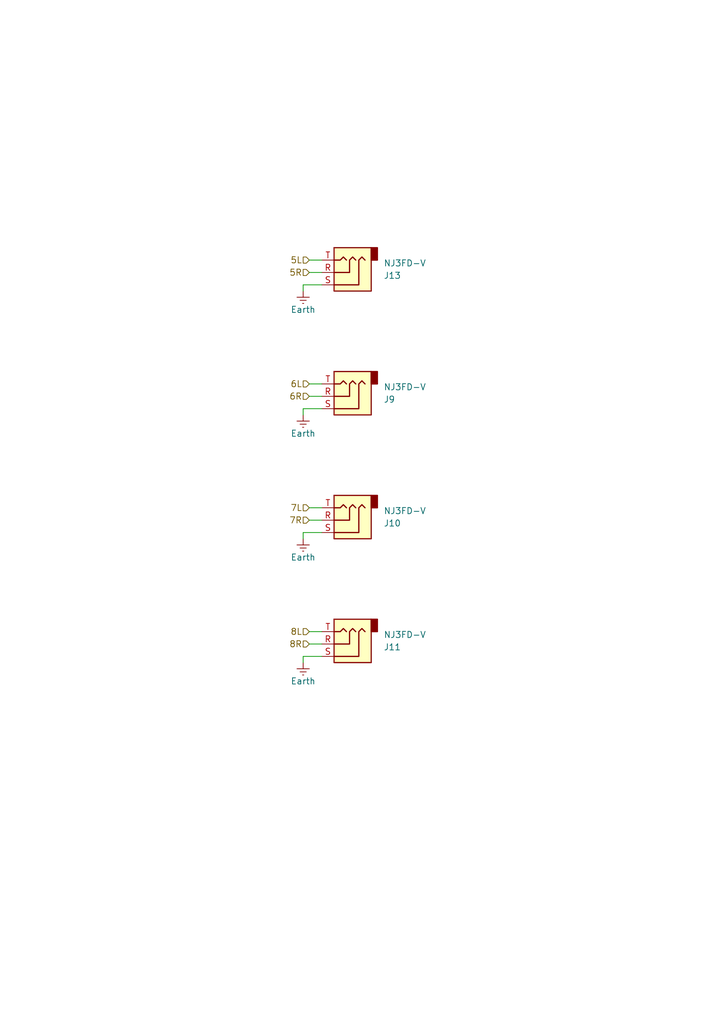
<source format=kicad_sch>
(kicad_sch
	(version 20250114)
	(generator "eeschema")
	(generator_version "9.0")
	(uuid "3fc00571-c748-4ba8-8b24-e6242265cd4f")
	(paper "A5" portrait)
	(title_block
		(title "SP")
		(rev "v1")
		(company "Jakub Raimr")
	)
	(lib_symbols
		(symbol "Connector_Audio:NJ3FD-V"
			(exclude_from_sim no)
			(in_bom yes)
			(on_board yes)
			(property "Reference" "J"
				(at 0 8.89 0)
				(effects
					(font
						(size 1.27 1.27)
					)
				)
			)
			(property "Value" "NJ3FD-V"
				(at 0 6.35 0)
				(effects
					(font
						(size 1.27 1.27)
					)
				)
			)
			(property "Footprint" "Connector_Audio:Jack_6.35mm_Neutrik_NJ3FD-V_Vertical"
				(at 0 0 0)
				(effects
					(font
						(size 1.27 1.27)
					)
					(hide yes)
				)
			)
			(property "Datasheet" "https://www.neutrik.com/en/product/nj3fd-v"
				(at 0 0 0)
				(effects
					(font
						(size 1.27 1.27)
					)
					(hide yes)
				)
			)
			(property "Description" "6.35mm (1/4 in) Vertical Jack, Non-switching stereo jack (T/R/S)"
				(at 0 0 0)
				(effects
					(font
						(size 1.27 1.27)
					)
					(hide yes)
				)
			)
			(property "ki_keywords" "audio jack receptacle stereo headphones phones TRS connector neutrik"
				(at 0 0 0)
				(effects
					(font
						(size 1.27 1.27)
					)
					(hide yes)
				)
			)
			(property "ki_fp_filters" "Jack*"
				(at 0 0 0)
				(effects
					(font
						(size 1.27 1.27)
					)
					(hide yes)
				)
			)
			(symbol "NJ3FD-V_0_1"
				(rectangle
					(start -5.08 -5.08)
					(end -6.35 -2.54)
					(stroke
						(width 0.254)
						(type default)
					)
					(fill
						(type outline)
					)
				)
				(polyline
					(pts
						(xy -1.905 -2.54) (xy -1.27 -3.175) (xy -0.635 -2.54) (xy -0.635 0) (xy 2.54 0)
					)
					(stroke
						(width 0.254)
						(type default)
					)
					(fill
						(type none)
					)
				)
				(polyline
					(pts
						(xy 0 -2.54) (xy 0.635 -3.175) (xy 1.27 -2.54) (xy 2.54 -2.54)
					)
					(stroke
						(width 0.254)
						(type default)
					)
					(fill
						(type none)
					)
				)
				(rectangle
					(start 2.54 3.81)
					(end -5.08 -5.08)
					(stroke
						(width 0.254)
						(type default)
					)
					(fill
						(type background)
					)
				)
				(polyline
					(pts
						(xy 2.54 2.54) (xy -2.54 2.54) (xy -2.54 -2.54) (xy -3.175 -3.175) (xy -3.81 -2.54)
					)
					(stroke
						(width 0.254)
						(type default)
					)
					(fill
						(type none)
					)
				)
			)
			(symbol "NJ3FD-V_1_1"
				(pin passive line
					(at 5.08 2.54 180)
					(length 2.54)
					(name "~"
						(effects
							(font
								(size 1.27 1.27)
							)
						)
					)
					(number "S"
						(effects
							(font
								(size 1.27 1.27)
							)
						)
					)
				)
				(pin passive line
					(at 5.08 0 180)
					(length 2.54)
					(name "~"
						(effects
							(font
								(size 1.27 1.27)
							)
						)
					)
					(number "R"
						(effects
							(font
								(size 1.27 1.27)
							)
						)
					)
				)
				(pin passive line
					(at 5.08 -2.54 180)
					(length 2.54)
					(name "~"
						(effects
							(font
								(size 1.27 1.27)
							)
						)
					)
					(number "T"
						(effects
							(font
								(size 1.27 1.27)
							)
						)
					)
				)
			)
			(embedded_fonts no)
		)
		(symbol "power:Earth"
			(power)
			(pin_numbers
				(hide yes)
			)
			(pin_names
				(offset 0)
				(hide yes)
			)
			(exclude_from_sim no)
			(in_bom yes)
			(on_board yes)
			(property "Reference" "#PWR"
				(at 0 -6.35 0)
				(effects
					(font
						(size 1.27 1.27)
					)
					(hide yes)
				)
			)
			(property "Value" "Earth"
				(at 0 -3.81 0)
				(effects
					(font
						(size 1.27 1.27)
					)
				)
			)
			(property "Footprint" ""
				(at 0 0 0)
				(effects
					(font
						(size 1.27 1.27)
					)
					(hide yes)
				)
			)
			(property "Datasheet" "~"
				(at 0 0 0)
				(effects
					(font
						(size 1.27 1.27)
					)
					(hide yes)
				)
			)
			(property "Description" "Power symbol creates a global label with name \"Earth\""
				(at 0 0 0)
				(effects
					(font
						(size 1.27 1.27)
					)
					(hide yes)
				)
			)
			(property "ki_keywords" "global ground gnd"
				(at 0 0 0)
				(effects
					(font
						(size 1.27 1.27)
					)
					(hide yes)
				)
			)
			(symbol "Earth_0_1"
				(polyline
					(pts
						(xy -0.635 -1.905) (xy 0.635 -1.905)
					)
					(stroke
						(width 0)
						(type default)
					)
					(fill
						(type none)
					)
				)
				(polyline
					(pts
						(xy -0.127 -2.54) (xy 0.127 -2.54)
					)
					(stroke
						(width 0)
						(type default)
					)
					(fill
						(type none)
					)
				)
				(polyline
					(pts
						(xy 0 -1.27) (xy 0 0)
					)
					(stroke
						(width 0)
						(type default)
					)
					(fill
						(type none)
					)
				)
				(polyline
					(pts
						(xy 1.27 -1.27) (xy -1.27 -1.27)
					)
					(stroke
						(width 0)
						(type default)
					)
					(fill
						(type none)
					)
				)
			)
			(symbol "Earth_1_1"
				(pin power_in line
					(at 0 0 270)
					(length 0)
					(name "~"
						(effects
							(font
								(size 1.27 1.27)
							)
						)
					)
					(number "1"
						(effects
							(font
								(size 1.27 1.27)
							)
						)
					)
				)
			)
			(embedded_fonts no)
		)
	)
	(wire
		(pts
			(xy 63.5 104.14) (xy 66.04 104.14)
		)
		(stroke
			(width 0)
			(type default)
		)
		(uuid "0bf3f8cc-5f0c-44c5-aede-b879302cef17")
	)
	(wire
		(pts
			(xy 63.5 78.74) (xy 66.04 78.74)
		)
		(stroke
			(width 0)
			(type default)
		)
		(uuid "29777d34-895b-4278-8e07-c18e756a2124")
	)
	(wire
		(pts
			(xy 63.5 129.54) (xy 66.04 129.54)
		)
		(stroke
			(width 0)
			(type default)
		)
		(uuid "3f2f79e9-81b3-4c03-b5c0-3f6719cc4353")
	)
	(wire
		(pts
			(xy 62.23 134.62) (xy 62.23 135.89)
		)
		(stroke
			(width 0)
			(type default)
		)
		(uuid "5deff60a-e0fb-44d1-9b37-aa08550b8f64")
	)
	(wire
		(pts
			(xy 63.5 81.28) (xy 66.04 81.28)
		)
		(stroke
			(width 0)
			(type default)
		)
		(uuid "5f8a5c58-cba9-4e22-840c-528cef26e978")
	)
	(wire
		(pts
			(xy 63.5 132.08) (xy 66.04 132.08)
		)
		(stroke
			(width 0)
			(type default)
		)
		(uuid "647c5647-2594-4210-a918-8a424e00d5cd")
	)
	(wire
		(pts
			(xy 62.23 134.62) (xy 66.04 134.62)
		)
		(stroke
			(width 0)
			(type default)
		)
		(uuid "8cda0aea-35f7-4621-a2fa-8d3563e662ee")
	)
	(wire
		(pts
			(xy 62.23 109.22) (xy 66.04 109.22)
		)
		(stroke
			(width 0)
			(type default)
		)
		(uuid "9d01a5cb-a0d6-43e9-bb9b-f3e282a42c25")
	)
	(wire
		(pts
			(xy 63.5 53.34) (xy 66.04 53.34)
		)
		(stroke
			(width 0)
			(type default)
		)
		(uuid "a7fe51d3-9365-41ed-8e11-3bdf6e0c09dc")
	)
	(wire
		(pts
			(xy 62.23 109.22) (xy 62.23 110.49)
		)
		(stroke
			(width 0)
			(type default)
		)
		(uuid "abee88a0-17e6-440b-ab06-99a78f3ac7a0")
	)
	(wire
		(pts
			(xy 62.23 58.42) (xy 66.04 58.42)
		)
		(stroke
			(width 0)
			(type default)
		)
		(uuid "b4e5834b-bf02-49aa-835d-583be008bede")
	)
	(wire
		(pts
			(xy 62.23 58.42) (xy 62.23 59.69)
		)
		(stroke
			(width 0)
			(type default)
		)
		(uuid "cff16ed5-6eaa-49ea-9318-d6cd84c53a16")
	)
	(wire
		(pts
			(xy 62.23 83.82) (xy 62.23 85.09)
		)
		(stroke
			(width 0)
			(type default)
		)
		(uuid "d80bc6ae-1223-44ab-9e8a-122f079943f5")
	)
	(wire
		(pts
			(xy 63.5 106.68) (xy 66.04 106.68)
		)
		(stroke
			(width 0)
			(type default)
		)
		(uuid "f7bcb266-6586-4d58-ba23-43b1acf537a9")
	)
	(wire
		(pts
			(xy 63.5 55.88) (xy 66.04 55.88)
		)
		(stroke
			(width 0)
			(type default)
		)
		(uuid "f86e75e9-a398-474c-b8e4-f58cd6c14eaa")
	)
	(wire
		(pts
			(xy 62.23 83.82) (xy 66.04 83.82)
		)
		(stroke
			(width 0)
			(type default)
		)
		(uuid "fe42d946-04a1-4cb4-8cf8-c507e2723b05")
	)
	(hierarchical_label "6L"
		(shape input)
		(at 63.5 78.74 180)
		(effects
			(font
				(size 1.27 1.27)
			)
			(justify right)
		)
		(uuid "1dd4bad1-802b-43c1-b10d-260f3e919f8d")
	)
	(hierarchical_label "5L"
		(shape input)
		(at 63.5 53.34 180)
		(effects
			(font
				(size 1.27 1.27)
			)
			(justify right)
		)
		(uuid "422dfb99-eac5-4b8f-9bb7-7c01f9a1e2f5")
	)
	(hierarchical_label "5R"
		(shape input)
		(at 63.5 55.88 180)
		(effects
			(font
				(size 1.27 1.27)
			)
			(justify right)
		)
		(uuid "81c66dfd-675b-4c80-9170-b0bf671682be")
	)
	(hierarchical_label "6R"
		(shape input)
		(at 63.5 81.28 180)
		(effects
			(font
				(size 1.27 1.27)
			)
			(justify right)
		)
		(uuid "a58be05f-c48b-4148-bb3a-190edd410e88")
	)
	(hierarchical_label "8R"
		(shape input)
		(at 63.5 132.08 180)
		(effects
			(font
				(size 1.27 1.27)
			)
			(justify right)
		)
		(uuid "bbcc06b2-9d8b-4550-8d60-5ae6d4c3994e")
	)
	(hierarchical_label "7R"
		(shape input)
		(at 63.5 106.68 180)
		(effects
			(font
				(size 1.27 1.27)
			)
			(justify right)
		)
		(uuid "d047a838-38c4-413d-8dcd-e7d453159593")
	)
	(hierarchical_label "7L"
		(shape input)
		(at 63.5 104.14 180)
		(effects
			(font
				(size 1.27 1.27)
			)
			(justify right)
		)
		(uuid "f4a9357f-be9e-45e8-ab1e-46ee82e05014")
	)
	(hierarchical_label "8L"
		(shape input)
		(at 63.5 129.54 180)
		(effects
			(font
				(size 1.27 1.27)
			)
			(justify right)
		)
		(uuid "fc6d0060-8aef-40cc-ac54-5c346a98e05c")
	)
	(symbol
		(lib_id "Connector_Audio:NJ3FD-V")
		(at 71.12 106.68 180)
		(unit 1)
		(exclude_from_sim no)
		(in_bom yes)
		(on_board yes)
		(dnp no)
		(uuid "24b5561c-ff1c-4b95-b3ea-ae05c32e1fce")
		(property "Reference" "J10"
			(at 78.74 107.3151 0)
			(effects
				(font
					(size 1.27 1.27)
				)
				(justify right)
			)
		)
		(property "Value" "NJ3FD-V"
			(at 78.74 104.7751 0)
			(effects
				(font
					(size 1.27 1.27)
				)
				(justify right)
			)
		)
		(property "Footprint" "Connector_Audio:Jack_6.35mm_Neutrik_NJ3FD-V_Vertical"
			(at 71.12 106.68 0)
			(effects
				(font
					(size 1.27 1.27)
				)
				(hide yes)
			)
		)
		(property "Datasheet" "https://www.neutrik.com/en/product/nj3fd-v"
			(at 71.12 106.68 0)
			(effects
				(font
					(size 1.27 1.27)
				)
				(hide yes)
			)
		)
		(property "Description" "6.35mm (1/4 in) Vertical Jack, Non-switching stereo jack (T/R/S)"
			(at 71.12 106.68 0)
			(effects
				(font
					(size 1.27 1.27)
				)
				(hide yes)
			)
		)
		(pin "R"
			(uuid "af07c1b3-76c8-4fbc-8703-453cf7be1934")
		)
		(pin "T"
			(uuid "d3a8942b-0425-4fd3-871f-5d0d94546ca7")
		)
		(pin "S"
			(uuid "aa193e2c-16fa-4616-9cdf-734ada24efca")
		)
		(instances
			(project "SP"
				(path "/318a2fe5-3058-409c-8dc3-bfe2e6d8af4c/19351172-9d87-4e12-8155-ead250f6380c"
					(reference "J10")
					(unit 1)
				)
				(path "/318a2fe5-3058-409c-8dc3-bfe2e6d8af4c/60dd83f1-4e12-4c01-89f0-4c08b227710c"
					(reference "J15")
					(unit 1)
				)
			)
		)
	)
	(symbol
		(lib_id "Connector_Audio:NJ3FD-V")
		(at 71.12 81.28 180)
		(unit 1)
		(exclude_from_sim no)
		(in_bom yes)
		(on_board yes)
		(dnp no)
		(uuid "4167faa5-f4a9-4428-8b30-fc6a055b5c90")
		(property "Reference" "J9"
			(at 78.74 81.9151 0)
			(effects
				(font
					(size 1.27 1.27)
				)
				(justify right)
			)
		)
		(property "Value" "NJ3FD-V"
			(at 78.74 79.3751 0)
			(effects
				(font
					(size 1.27 1.27)
				)
				(justify right)
			)
		)
		(property "Footprint" "Connector_Audio:Jack_6.35mm_Neutrik_NJ3FD-V_Vertical"
			(at 71.12 81.28 0)
			(effects
				(font
					(size 1.27 1.27)
				)
				(hide yes)
			)
		)
		(property "Datasheet" "https://www.neutrik.com/en/product/nj3fd-v"
			(at 71.12 81.28 0)
			(effects
				(font
					(size 1.27 1.27)
				)
				(hide yes)
			)
		)
		(property "Description" "6.35mm (1/4 in) Vertical Jack, Non-switching stereo jack (T/R/S)"
			(at 71.12 81.28 0)
			(effects
				(font
					(size 1.27 1.27)
				)
				(hide yes)
			)
		)
		(pin "R"
			(uuid "68a6377f-0a78-4a1b-b3e0-67f3bbea8c86")
		)
		(pin "T"
			(uuid "473e0003-c0ec-469c-9e57-b453a026fab1")
		)
		(pin "S"
			(uuid "3117fb71-78c8-4032-9d91-1d60d11e5978")
		)
		(instances
			(project "SP"
				(path "/318a2fe5-3058-409c-8dc3-bfe2e6d8af4c/19351172-9d87-4e12-8155-ead250f6380c"
					(reference "J9")
					(unit 1)
				)
				(path "/318a2fe5-3058-409c-8dc3-bfe2e6d8af4c/60dd83f1-4e12-4c01-89f0-4c08b227710c"
					(reference "J14")
					(unit 1)
				)
			)
		)
	)
	(symbol
		(lib_id "Connector_Audio:NJ3FD-V")
		(at 71.12 132.08 180)
		(unit 1)
		(exclude_from_sim no)
		(in_bom yes)
		(on_board yes)
		(dnp no)
		(uuid "5068a3fd-4a34-41ca-b596-1843c04169aa")
		(property "Reference" "J11"
			(at 78.74 132.7151 0)
			(effects
				(font
					(size 1.27 1.27)
				)
				(justify right)
			)
		)
		(property "Value" "NJ3FD-V"
			(at 78.74 130.1751 0)
			(effects
				(font
					(size 1.27 1.27)
				)
				(justify right)
			)
		)
		(property "Footprint" "Connector_Audio:Jack_6.35mm_Neutrik_NJ3FD-V_Vertical"
			(at 71.12 132.08 0)
			(effects
				(font
					(size 1.27 1.27)
				)
				(hide yes)
			)
		)
		(property "Datasheet" "https://www.neutrik.com/en/product/nj3fd-v"
			(at 71.12 132.08 0)
			(effects
				(font
					(size 1.27 1.27)
				)
				(hide yes)
			)
		)
		(property "Description" "6.35mm (1/4 in) Vertical Jack, Non-switching stereo jack (T/R/S)"
			(at 71.12 132.08 0)
			(effects
				(font
					(size 1.27 1.27)
				)
				(hide yes)
			)
		)
		(pin "R"
			(uuid "56385bb4-3569-4a33-8943-9c8be74f4081")
		)
		(pin "T"
			(uuid "2dcf98ac-a723-48ac-84e6-e69f0ebdba50")
		)
		(pin "S"
			(uuid "86909ff3-4210-4ae9-9b9a-fc227e505581")
		)
		(instances
			(project "SP"
				(path "/318a2fe5-3058-409c-8dc3-bfe2e6d8af4c/19351172-9d87-4e12-8155-ead250f6380c"
					(reference "J11")
					(unit 1)
				)
				(path "/318a2fe5-3058-409c-8dc3-bfe2e6d8af4c/60dd83f1-4e12-4c01-89f0-4c08b227710c"
					(reference "J16")
					(unit 1)
				)
			)
		)
	)
	(symbol
		(lib_id "power:Earth")
		(at 62.23 59.69 0)
		(unit 1)
		(exclude_from_sim no)
		(in_bom yes)
		(on_board yes)
		(dnp no)
		(uuid "678b1845-873d-463b-a3b8-167cc88bc444")
		(property "Reference" "#PWR0102"
			(at 62.23 66.04 0)
			(effects
				(font
					(size 1.27 1.27)
				)
				(hide yes)
			)
		)
		(property "Value" "Earth"
			(at 62.23 63.5 0)
			(effects
				(font
					(size 1.27 1.27)
				)
			)
		)
		(property "Footprint" ""
			(at 62.23 59.69 0)
			(effects
				(font
					(size 1.27 1.27)
				)
				(hide yes)
			)
		)
		(property "Datasheet" "~"
			(at 62.23 59.69 0)
			(effects
				(font
					(size 1.27 1.27)
				)
				(hide yes)
			)
		)
		(property "Description" "Power symbol creates a global label with name \"Earth\""
			(at 62.23 59.69 0)
			(effects
				(font
					(size 1.27 1.27)
				)
				(hide yes)
			)
		)
		(pin "1"
			(uuid "d6d496cb-4a19-46e3-8416-c4475fab906c")
		)
		(instances
			(project "SP"
				(path "/318a2fe5-3058-409c-8dc3-bfe2e6d8af4c/19351172-9d87-4e12-8155-ead250f6380c"
					(reference "#PWR0102")
					(unit 1)
				)
				(path "/318a2fe5-3058-409c-8dc3-bfe2e6d8af4c/60dd83f1-4e12-4c01-89f0-4c08b227710c"
					(reference "#PWR051")
					(unit 1)
				)
			)
		)
	)
	(symbol
		(lib_id "Connector_Audio:NJ3FD-V")
		(at 71.12 55.88 180)
		(unit 1)
		(exclude_from_sim no)
		(in_bom yes)
		(on_board yes)
		(dnp no)
		(uuid "6ca446d0-1b15-4bfd-898c-be9e5fd968df")
		(property "Reference" "J13"
			(at 78.74 56.5151 0)
			(effects
				(font
					(size 1.27 1.27)
				)
				(justify right)
			)
		)
		(property "Value" "NJ3FD-V"
			(at 78.74 53.9751 0)
			(effects
				(font
					(size 1.27 1.27)
				)
				(justify right)
			)
		)
		(property "Footprint" "Connector_Audio:Jack_6.35mm_Neutrik_NJ3FD-V_Vertical"
			(at 71.12 55.88 0)
			(effects
				(font
					(size 1.27 1.27)
				)
				(hide yes)
			)
		)
		(property "Datasheet" "https://www.neutrik.com/en/product/nj3fd-v"
			(at 71.12 55.88 0)
			(effects
				(font
					(size 1.27 1.27)
				)
				(hide yes)
			)
		)
		(property "Description" "6.35mm (1/4 in) Vertical Jack, Non-switching stereo jack (T/R/S)"
			(at 71.12 55.88 0)
			(effects
				(font
					(size 1.27 1.27)
				)
				(hide yes)
			)
		)
		(pin "R"
			(uuid "92561dac-8554-4160-a46a-1343629edd35")
		)
		(pin "T"
			(uuid "87e87dcd-1513-4da5-a463-3d547ac9092c")
		)
		(pin "S"
			(uuid "44a75ba6-ca0e-477a-b6fd-5a150750b040")
		)
		(instances
			(project "SP"
				(path "/318a2fe5-3058-409c-8dc3-bfe2e6d8af4c/19351172-9d87-4e12-8155-ead250f6380c"
					(reference "J13")
					(unit 1)
				)
				(path "/318a2fe5-3058-409c-8dc3-bfe2e6d8af4c/60dd83f1-4e12-4c01-89f0-4c08b227710c"
					(reference "J12")
					(unit 1)
				)
			)
		)
	)
	(symbol
		(lib_id "power:Earth")
		(at 62.23 135.89 0)
		(unit 1)
		(exclude_from_sim no)
		(in_bom yes)
		(on_board yes)
		(dnp no)
		(uuid "9217c188-d16a-4a45-b79a-407bc4aafe75")
		(property "Reference" "#PWR042"
			(at 62.23 142.24 0)
			(effects
				(font
					(size 1.27 1.27)
				)
				(hide yes)
			)
		)
		(property "Value" "Earth"
			(at 62.23 139.7 0)
			(effects
				(font
					(size 1.27 1.27)
				)
			)
		)
		(property "Footprint" ""
			(at 62.23 135.89 0)
			(effects
				(font
					(size 1.27 1.27)
				)
				(hide yes)
			)
		)
		(property "Datasheet" "~"
			(at 62.23 135.89 0)
			(effects
				(font
					(size 1.27 1.27)
				)
				(hide yes)
			)
		)
		(property "Description" "Power symbol creates a global label with name \"Earth\""
			(at 62.23 135.89 0)
			(effects
				(font
					(size 1.27 1.27)
				)
				(hide yes)
			)
		)
		(pin "1"
			(uuid "83d811b5-3a83-435c-a9f4-32ae1b9e08ce")
		)
		(instances
			(project "SP"
				(path "/318a2fe5-3058-409c-8dc3-bfe2e6d8af4c/19351172-9d87-4e12-8155-ead250f6380c"
					(reference "#PWR042")
					(unit 1)
				)
				(path "/318a2fe5-3058-409c-8dc3-bfe2e6d8af4c/60dd83f1-4e12-4c01-89f0-4c08b227710c"
					(reference "#PWR071")
					(unit 1)
				)
			)
		)
	)
	(symbol
		(lib_id "power:Earth")
		(at 62.23 110.49 0)
		(unit 1)
		(exclude_from_sim no)
		(in_bom yes)
		(on_board yes)
		(dnp no)
		(uuid "c5935dbd-2030-4f0d-bcf7-2afe52c6cd2e")
		(property "Reference" "#PWR041"
			(at 62.23 116.84 0)
			(effects
				(font
					(size 1.27 1.27)
				)
				(hide yes)
			)
		)
		(property "Value" "Earth"
			(at 62.23 114.3 0)
			(effects
				(font
					(size 1.27 1.27)
				)
			)
		)
		(property "Footprint" ""
			(at 62.23 110.49 0)
			(effects
				(font
					(size 1.27 1.27)
				)
				(hide yes)
			)
		)
		(property "Datasheet" "~"
			(at 62.23 110.49 0)
			(effects
				(font
					(size 1.27 1.27)
				)
				(hide yes)
			)
		)
		(property "Description" "Power symbol creates a global label with name \"Earth\""
			(at 62.23 110.49 0)
			(effects
				(font
					(size 1.27 1.27)
				)
				(hide yes)
			)
		)
		(pin "1"
			(uuid "ae96e0a8-8bad-45c8-b506-1c618b1f3bf4")
		)
		(instances
			(project "SP"
				(path "/318a2fe5-3058-409c-8dc3-bfe2e6d8af4c/19351172-9d87-4e12-8155-ead250f6380c"
					(reference "#PWR041")
					(unit 1)
				)
				(path "/318a2fe5-3058-409c-8dc3-bfe2e6d8af4c/60dd83f1-4e12-4c01-89f0-4c08b227710c"
					(reference "#PWR053")
					(unit 1)
				)
			)
		)
	)
	(symbol
		(lib_id "power:Earth")
		(at 62.23 85.09 0)
		(unit 1)
		(exclude_from_sim no)
		(in_bom yes)
		(on_board yes)
		(dnp no)
		(uuid "dee3a6b8-7f9a-4207-bcc0-b36ee3347ba2")
		(property "Reference" "#PWR040"
			(at 62.23 91.44 0)
			(effects
				(font
					(size 1.27 1.27)
				)
				(hide yes)
			)
		)
		(property "Value" "Earth"
			(at 62.23 88.9 0)
			(effects
				(font
					(size 1.27 1.27)
				)
			)
		)
		(property "Footprint" ""
			(at 62.23 85.09 0)
			(effects
				(font
					(size 1.27 1.27)
				)
				(hide yes)
			)
		)
		(property "Datasheet" "~"
			(at 62.23 85.09 0)
			(effects
				(font
					(size 1.27 1.27)
				)
				(hide yes)
			)
		)
		(property "Description" "Power symbol creates a global label with name \"Earth\""
			(at 62.23 85.09 0)
			(effects
				(font
					(size 1.27 1.27)
				)
				(hide yes)
			)
		)
		(pin "1"
			(uuid "36aeabb3-f67b-45b0-af17-7e9b1767f5ce")
		)
		(instances
			(project "SP"
				(path "/318a2fe5-3058-409c-8dc3-bfe2e6d8af4c/19351172-9d87-4e12-8155-ead250f6380c"
					(reference "#PWR040")
					(unit 1)
				)
				(path "/318a2fe5-3058-409c-8dc3-bfe2e6d8af4c/60dd83f1-4e12-4c01-89f0-4c08b227710c"
					(reference "#PWR052")
					(unit 1)
				)
			)
		)
	)
)

</source>
